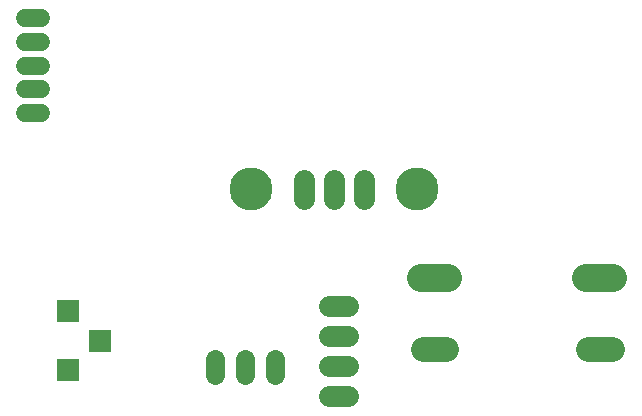
<source format=gbs>
G75*
%MOIN*%
%OFA0B0*%
%FSLAX25Y25*%
%IPPOS*%
%LPD*%
%AMOC8*
5,1,8,0,0,1.08239X$1,22.5*
%
%ADD10C,0.14380*%
%ADD11C,0.06937*%
%ADD12C,0.06200*%
%ADD13C,0.06150*%
%ADD14R,0.07724X0.07724*%
%ADD15C,0.08474*%
%ADD16C,0.09458*%
D10*
X0102594Y0100649D03*
X0157712Y0100649D03*
D11*
X0140153Y0097480D02*
X0140153Y0103817D01*
X0130153Y0103817D02*
X0130153Y0097480D01*
X0120153Y0097480D02*
X0120153Y0103817D01*
X0128461Y0061810D02*
X0134798Y0061810D01*
X0134798Y0051810D02*
X0128461Y0051810D01*
X0128461Y0041810D02*
X0134798Y0041810D01*
X0134798Y0031810D02*
X0128461Y0031810D01*
D12*
X0090625Y0038597D02*
X0090625Y0044197D01*
X0100625Y0044197D02*
X0100625Y0038597D01*
X0110625Y0038597D02*
X0110625Y0044197D01*
D13*
X0032534Y0126043D02*
X0026984Y0126043D01*
X0026984Y0133917D02*
X0032534Y0133917D01*
X0032534Y0141791D02*
X0026984Y0141791D01*
X0026984Y0149665D02*
X0032534Y0149665D01*
X0032534Y0157539D02*
X0026984Y0157539D01*
D14*
X0041570Y0059901D03*
X0052200Y0050058D03*
X0041570Y0040216D03*
D15*
X0159680Y0047302D02*
X0167554Y0047302D01*
X0214798Y0047302D02*
X0222672Y0047302D01*
D16*
X0223165Y0070925D02*
X0214306Y0070925D01*
X0168046Y0070925D02*
X0159188Y0070925D01*
M02*

</source>
